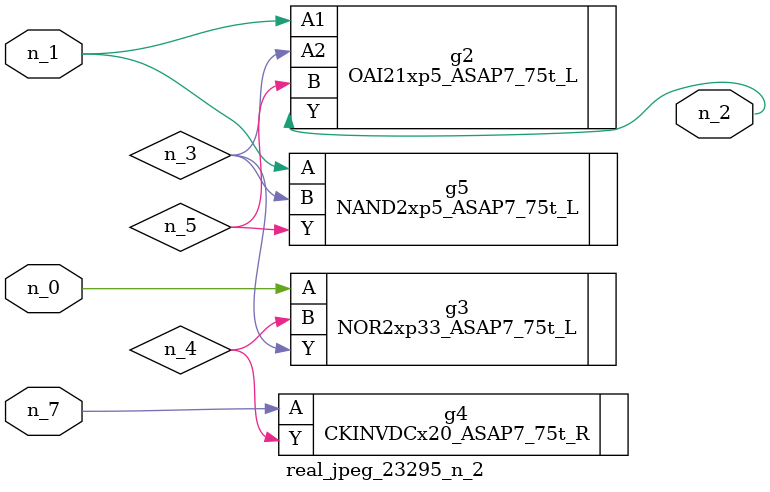
<source format=v>
module real_jpeg_23295_n_2 (n_1, n_0, n_7, n_2);

input n_1;
input n_0;
input n_7;

output n_2;

wire n_5;
wire n_4;
wire n_3;

NOR2xp33_ASAP7_75t_L g3 ( 
.A(n_0),
.B(n_4),
.Y(n_3)
);

OAI21xp5_ASAP7_75t_L g2 ( 
.A1(n_1),
.A2(n_3),
.B(n_5),
.Y(n_2)
);

NAND2xp5_ASAP7_75t_L g5 ( 
.A(n_1),
.B(n_3),
.Y(n_5)
);

CKINVDCx20_ASAP7_75t_R g4 ( 
.A(n_7),
.Y(n_4)
);


endmodule
</source>
